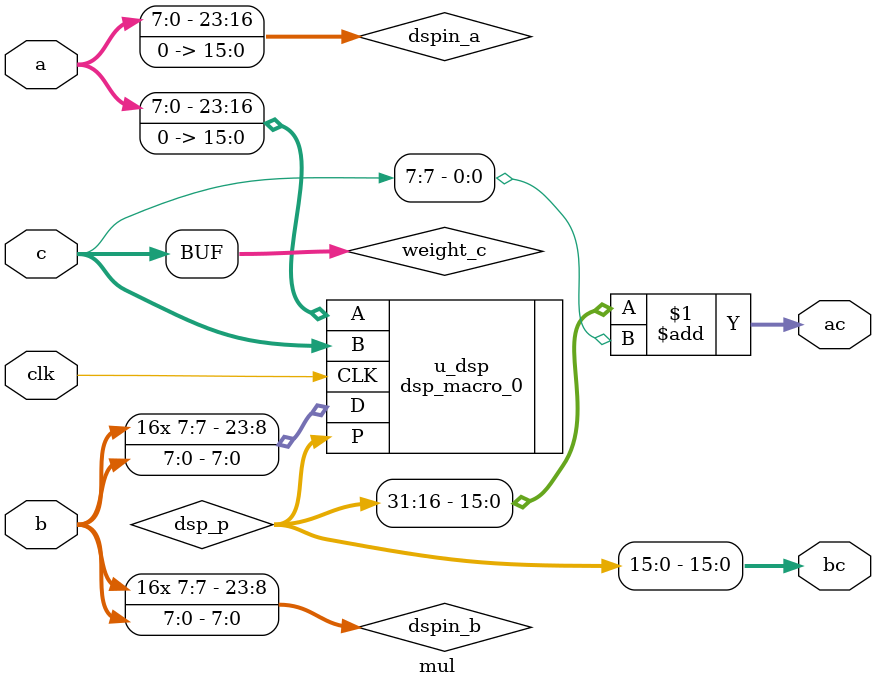
<source format=v>
`timescale 1ns / 1ps


module mul(
    input wire clk,
    input wire         [ 7:0] a,
    input wire         [ 7:0]  b,   // 8-bit INT8 inputs
    input wire signed  [ 7:0] c,      // 8-bit INT8 weight
    output wire signed [15:0] ac,
    output wire signed [15:0] bc
);

    // Sign-extend and pack inputs for DSP48E1
    //    wire signed [24:0] packed_ab = {a, 17'b0} + {{17{b[7]}}, b};  // a << 17 + b
    // wire signed [17:0] weight_c = {{10{c[7]}},c};           // sign-extended c to 18-bits
    wire signed [ 7:0] weight_c = c;                           // just 8-bits
    
    wire [23:0] dspin_a = {a, 16'b0};
    wire [23:0] dspin_b = {{16{b[7]}}, b};

    // DSP result
    wire signed [32:0] dsp_p; 

    dsp_macro_0 u_dsp (
        .CLK(clk),
        .A(dspin_a),       // 25-bit input  -> 24-bit input
        .D(dspin_b),       // 25-bit input  -> 24-bit input
        .B(weight_c),      // 18-bit weight ->  7-bit input
        .P(dsp_p)          // 48-bit output -> 33-bit output
    );

    // Split output
    assign bc = dsp_p[15:0];            // Lower product

	//this block should be modified // adding condtion if weight pos or negative
	//1'b1 => weight's msb
    assign ac = dsp_p[31:16] + c[7];    // Upper product

endmodule
</source>
